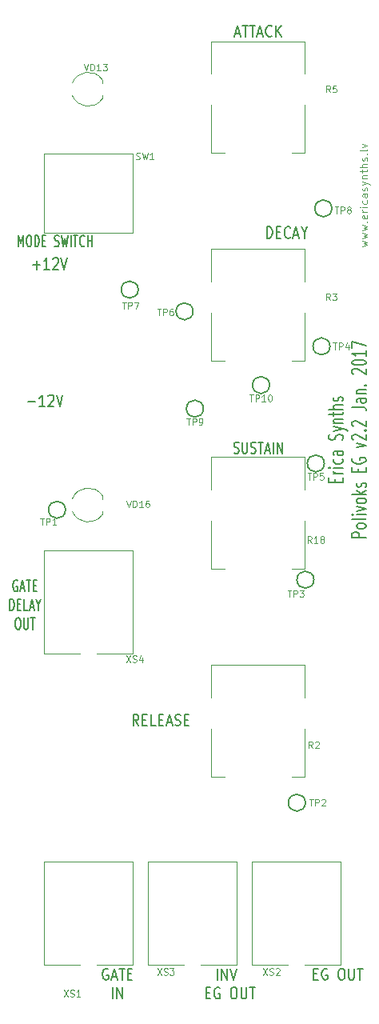
<source format=gto>
G04 #@! TF.FileFunction,Legend,Top*
%FSLAX46Y46*%
G04 Gerber Fmt 4.6, Leading zero omitted, Abs format (unit mm)*
G04 Created by KiCad (PCBNEW (2016-08-20 BZR 7083)-product) date Tue Jan 31 21:42:43 2017*
%MOMM*%
%LPD*%
G01*
G04 APERTURE LIST*
%ADD10C,0.100000*%
%ADD11C,0.200000*%
%ADD12C,0.150000*%
G04 APERTURE END LIST*
D10*
D11*
X1500000Y45000000D02*
X1423809Y45057143D01*
X1309523Y45057143D01*
X1195238Y45000000D01*
X1119047Y44885715D01*
X1080952Y44771429D01*
X1042857Y44542858D01*
X1042857Y44371429D01*
X1080952Y44142858D01*
X1119047Y44028572D01*
X1195238Y43914286D01*
X1309523Y43857143D01*
X1385714Y43857143D01*
X1500000Y43914286D01*
X1538095Y43971429D01*
X1538095Y44371429D01*
X1385714Y44371429D01*
X1842857Y44200000D02*
X2223809Y44200000D01*
X1766666Y43857143D02*
X2033333Y45057143D01*
X2300000Y43857143D01*
X2452380Y45057143D02*
X2909523Y45057143D01*
X2680952Y43857143D02*
X2680952Y45057143D01*
X3176190Y44485715D02*
X3442857Y44485715D01*
X3557142Y43857143D02*
X3176190Y43857143D01*
X3176190Y45057143D01*
X3557142Y45057143D01*
X719047Y41857143D02*
X719047Y43057143D01*
X909523Y43057143D01*
X1023809Y43000000D01*
X1100000Y42885715D01*
X1138095Y42771429D01*
X1176190Y42542858D01*
X1176190Y42371429D01*
X1138095Y42142858D01*
X1100000Y42028572D01*
X1023809Y41914286D01*
X909523Y41857143D01*
X719047Y41857143D01*
X1519047Y42485715D02*
X1785714Y42485715D01*
X1900000Y41857143D02*
X1519047Y41857143D01*
X1519047Y43057143D01*
X1900000Y43057143D01*
X2623809Y41857143D02*
X2242857Y41857143D01*
X2242857Y43057143D01*
X2852380Y42200000D02*
X3233333Y42200000D01*
X2776190Y41857143D02*
X3042857Y43057143D01*
X3309523Y41857143D01*
X3728571Y42428572D02*
X3728571Y41857143D01*
X3461904Y43057143D02*
X3728571Y42428572D01*
X3995238Y43057143D01*
X1500000Y41057143D02*
X1652380Y41057143D01*
X1728571Y41000000D01*
X1804761Y40885715D01*
X1842857Y40657143D01*
X1842857Y40257143D01*
X1804761Y40028572D01*
X1728571Y39914286D01*
X1652380Y39857143D01*
X1500000Y39857143D01*
X1423809Y39914286D01*
X1347619Y40028572D01*
X1309523Y40257143D01*
X1309523Y40657143D01*
X1347619Y40885715D01*
X1423809Y41000000D01*
X1500000Y41057143D01*
X2185714Y41057143D02*
X2185714Y40085715D01*
X2223809Y39971429D01*
X2261904Y39914286D01*
X2338095Y39857143D01*
X2490476Y39857143D01*
X2566666Y39914286D01*
X2604761Y39971429D01*
X2642857Y40085715D01*
X2642857Y41057143D01*
X2909523Y41057143D02*
X3366666Y41057143D01*
X3138095Y39857143D02*
X3138095Y41057143D01*
D10*
X38028571Y80371429D02*
X38561904Y80523810D01*
X38180952Y80676191D01*
X38561904Y80828572D01*
X38028571Y80980953D01*
X38028571Y81209524D02*
X38561904Y81361905D01*
X38180952Y81514286D01*
X38561904Y81666667D01*
X38028571Y81819048D01*
X38028571Y82047620D02*
X38561904Y82200000D01*
X38180952Y82352381D01*
X38561904Y82504762D01*
X38028571Y82657143D01*
X38485714Y82961905D02*
X38523809Y83000000D01*
X38561904Y82961905D01*
X38523809Y82923810D01*
X38485714Y82961905D01*
X38561904Y82961905D01*
X38523809Y83647620D02*
X38561904Y83571429D01*
X38561904Y83419048D01*
X38523809Y83342858D01*
X38447619Y83304762D01*
X38142857Y83304762D01*
X38066666Y83342858D01*
X38028571Y83419048D01*
X38028571Y83571429D01*
X38066666Y83647620D01*
X38142857Y83685715D01*
X38219047Y83685715D01*
X38295238Y83304762D01*
X38561904Y84028572D02*
X38028571Y84028572D01*
X38180952Y84028572D02*
X38104761Y84066667D01*
X38066666Y84104762D01*
X38028571Y84180953D01*
X38028571Y84257143D01*
X38561904Y84523810D02*
X38028571Y84523810D01*
X37761904Y84523810D02*
X37800000Y84485715D01*
X37838095Y84523810D01*
X37800000Y84561905D01*
X37761904Y84523810D01*
X37838095Y84523810D01*
X38523809Y85247620D02*
X38561904Y85171429D01*
X38561904Y85019048D01*
X38523809Y84942858D01*
X38485714Y84904762D01*
X38409523Y84866667D01*
X38180952Y84866667D01*
X38104761Y84904762D01*
X38066666Y84942858D01*
X38028571Y85019048D01*
X38028571Y85171429D01*
X38066666Y85247620D01*
X38561904Y85933334D02*
X38142857Y85933334D01*
X38066666Y85895239D01*
X38028571Y85819048D01*
X38028571Y85666667D01*
X38066666Y85590477D01*
X38523809Y85933334D02*
X38561904Y85857143D01*
X38561904Y85666667D01*
X38523809Y85590477D01*
X38447619Y85552381D01*
X38371428Y85552381D01*
X38295238Y85590477D01*
X38257142Y85666667D01*
X38257142Y85857143D01*
X38219047Y85933334D01*
X38523809Y86276191D02*
X38561904Y86352381D01*
X38561904Y86504762D01*
X38523809Y86580953D01*
X38447619Y86619048D01*
X38409523Y86619048D01*
X38333333Y86580953D01*
X38295238Y86504762D01*
X38295238Y86390477D01*
X38257142Y86314286D01*
X38180952Y86276191D01*
X38142857Y86276191D01*
X38066666Y86314286D01*
X38028571Y86390477D01*
X38028571Y86504762D01*
X38066666Y86580953D01*
X38028571Y86885715D02*
X38561904Y87076191D01*
X38028571Y87266667D02*
X38561904Y87076191D01*
X38752380Y87000000D01*
X38790476Y86961905D01*
X38828571Y86885715D01*
X38028571Y87571429D02*
X38561904Y87571429D01*
X38104761Y87571429D02*
X38066666Y87609524D01*
X38028571Y87685715D01*
X38028571Y87800000D01*
X38066666Y87876191D01*
X38142857Y87914286D01*
X38561904Y87914286D01*
X38028571Y88180953D02*
X38028571Y88485715D01*
X37761904Y88295239D02*
X38447619Y88295239D01*
X38523809Y88333334D01*
X38561904Y88409524D01*
X38561904Y88485715D01*
X38561904Y88752381D02*
X37761904Y88752381D01*
X38561904Y89095239D02*
X38142857Y89095239D01*
X38066666Y89057143D01*
X38028571Y88980953D01*
X38028571Y88866667D01*
X38066666Y88790477D01*
X38104761Y88752381D01*
X38523809Y89438096D02*
X38561904Y89514286D01*
X38561904Y89666667D01*
X38523809Y89742858D01*
X38447619Y89780953D01*
X38409523Y89780953D01*
X38333333Y89742858D01*
X38295238Y89666667D01*
X38295238Y89552381D01*
X38257142Y89476191D01*
X38180952Y89438096D01*
X38142857Y89438096D01*
X38066666Y89476191D01*
X38028571Y89552381D01*
X38028571Y89666667D01*
X38066666Y89742858D01*
X38485714Y90123810D02*
X38523809Y90161905D01*
X38561904Y90123810D01*
X38523809Y90085715D01*
X38485714Y90123810D01*
X38561904Y90123810D01*
X38561904Y90619048D02*
X38523809Y90542858D01*
X38447619Y90504762D01*
X37761904Y90504762D01*
X38028571Y90847620D02*
X38561904Y91038096D01*
X38028571Y91228572D01*
D11*
X35167857Y55423810D02*
X35167857Y55757143D01*
X35953571Y55900000D02*
X35953571Y55423810D01*
X34453571Y55423810D01*
X34453571Y55900000D01*
X35953571Y56328572D02*
X34953571Y56328572D01*
X35239285Y56328572D02*
X35096428Y56376191D01*
X35025000Y56423810D01*
X34953571Y56519048D01*
X34953571Y56614286D01*
X35953571Y56947620D02*
X34953571Y56947620D01*
X34453571Y56947620D02*
X34525000Y56900000D01*
X34596428Y56947620D01*
X34525000Y56995239D01*
X34453571Y56947620D01*
X34596428Y56947620D01*
X35882142Y57852381D02*
X35953571Y57757143D01*
X35953571Y57566667D01*
X35882142Y57471429D01*
X35810714Y57423810D01*
X35667857Y57376191D01*
X35239285Y57376191D01*
X35096428Y57423810D01*
X35025000Y57471429D01*
X34953571Y57566667D01*
X34953571Y57757143D01*
X35025000Y57852381D01*
X35953571Y58709524D02*
X35167857Y58709524D01*
X35025000Y58661905D01*
X34953571Y58566667D01*
X34953571Y58376191D01*
X35025000Y58280953D01*
X35882142Y58709524D02*
X35953571Y58614286D01*
X35953571Y58376191D01*
X35882142Y58280953D01*
X35739285Y58233334D01*
X35596428Y58233334D01*
X35453571Y58280953D01*
X35382142Y58376191D01*
X35382142Y58614286D01*
X35310714Y58709524D01*
X35882142Y59900000D02*
X35953571Y60042858D01*
X35953571Y60280953D01*
X35882142Y60376191D01*
X35810714Y60423810D01*
X35667857Y60471429D01*
X35525000Y60471429D01*
X35382142Y60423810D01*
X35310714Y60376191D01*
X35239285Y60280953D01*
X35167857Y60090477D01*
X35096428Y59995239D01*
X35025000Y59947620D01*
X34882142Y59900000D01*
X34739285Y59900000D01*
X34596428Y59947620D01*
X34525000Y59995239D01*
X34453571Y60090477D01*
X34453571Y60328572D01*
X34525000Y60471429D01*
X34953571Y60804762D02*
X35953571Y61042858D01*
X34953571Y61280953D02*
X35953571Y61042858D01*
X36310714Y60947620D01*
X36382142Y60900000D01*
X36453571Y60804762D01*
X34953571Y61661905D02*
X35953571Y61661905D01*
X35096428Y61661905D02*
X35025000Y61709524D01*
X34953571Y61804762D01*
X34953571Y61947620D01*
X35025000Y62042858D01*
X35167857Y62090477D01*
X35953571Y62090477D01*
X34953571Y62423810D02*
X34953571Y62804762D01*
X34453571Y62566667D02*
X35739285Y62566667D01*
X35882142Y62614286D01*
X35953571Y62709524D01*
X35953571Y62804762D01*
X35953571Y63138096D02*
X34453571Y63138096D01*
X35953571Y63566667D02*
X35167857Y63566667D01*
X35025000Y63519048D01*
X34953571Y63423810D01*
X34953571Y63280953D01*
X35025000Y63185715D01*
X35096428Y63138096D01*
X35882142Y63995239D02*
X35953571Y64090477D01*
X35953571Y64280953D01*
X35882142Y64376191D01*
X35739285Y64423810D01*
X35667857Y64423810D01*
X35525000Y64376191D01*
X35453571Y64280953D01*
X35453571Y64138096D01*
X35382142Y64042858D01*
X35239285Y63995239D01*
X35167857Y63995239D01*
X35025000Y64042858D01*
X34953571Y64138096D01*
X34953571Y64280953D01*
X35025000Y64376191D01*
X38403571Y49566667D02*
X36903571Y49566667D01*
X36903571Y49947620D01*
X36975000Y50042858D01*
X37046428Y50090477D01*
X37189285Y50138096D01*
X37403571Y50138096D01*
X37546428Y50090477D01*
X37617857Y50042858D01*
X37689285Y49947620D01*
X37689285Y49566667D01*
X38403571Y50709524D02*
X38332142Y50614286D01*
X38260714Y50566667D01*
X38117857Y50519048D01*
X37689285Y50519048D01*
X37546428Y50566667D01*
X37475000Y50614286D01*
X37403571Y50709524D01*
X37403571Y50852381D01*
X37475000Y50947620D01*
X37546428Y50995239D01*
X37689285Y51042858D01*
X38117857Y51042858D01*
X38260714Y50995239D01*
X38332142Y50947620D01*
X38403571Y50852381D01*
X38403571Y50709524D01*
X38403571Y51614286D02*
X38332142Y51519048D01*
X38189285Y51471429D01*
X36903571Y51471429D01*
X38403571Y51995239D02*
X37403571Y51995239D01*
X36903571Y51995239D02*
X36975000Y51947620D01*
X37046428Y51995239D01*
X36975000Y52042858D01*
X36903571Y51995239D01*
X37046428Y51995239D01*
X37403571Y52376191D02*
X38403571Y52614286D01*
X37403571Y52852381D01*
X38403571Y53376191D02*
X38332142Y53280953D01*
X38260714Y53233334D01*
X38117857Y53185715D01*
X37689285Y53185715D01*
X37546428Y53233334D01*
X37475000Y53280953D01*
X37403571Y53376191D01*
X37403571Y53519048D01*
X37475000Y53614286D01*
X37546428Y53661905D01*
X37689285Y53709524D01*
X38117857Y53709524D01*
X38260714Y53661905D01*
X38332142Y53614286D01*
X38403571Y53519048D01*
X38403571Y53376191D01*
X38403571Y54138096D02*
X36903571Y54138096D01*
X37832142Y54233334D02*
X38403571Y54519048D01*
X37403571Y54519048D02*
X37975000Y54138096D01*
X38332142Y54900000D02*
X38403571Y54995239D01*
X38403571Y55185715D01*
X38332142Y55280953D01*
X38189285Y55328572D01*
X38117857Y55328572D01*
X37975000Y55280953D01*
X37903571Y55185715D01*
X37903571Y55042858D01*
X37832142Y54947620D01*
X37689285Y54900000D01*
X37617857Y54900000D01*
X37475000Y54947620D01*
X37403571Y55042858D01*
X37403571Y55185715D01*
X37475000Y55280953D01*
X37617857Y56519048D02*
X37617857Y56852381D01*
X38403571Y56995239D02*
X38403571Y56519048D01*
X36903571Y56519048D01*
X36903571Y56995239D01*
X36975000Y57947620D02*
X36903571Y57852381D01*
X36903571Y57709524D01*
X36975000Y57566667D01*
X37117857Y57471429D01*
X37260714Y57423810D01*
X37546428Y57376191D01*
X37760714Y57376191D01*
X38046428Y57423810D01*
X38189285Y57471429D01*
X38332142Y57566667D01*
X38403571Y57709524D01*
X38403571Y57804762D01*
X38332142Y57947620D01*
X38260714Y57995239D01*
X37760714Y57995239D01*
X37760714Y57804762D01*
X37403571Y59090477D02*
X38403571Y59328572D01*
X37403571Y59566667D01*
X37046428Y59900000D02*
X36975000Y59947620D01*
X36903571Y60042858D01*
X36903571Y60280953D01*
X36975000Y60376191D01*
X37046428Y60423810D01*
X37189285Y60471429D01*
X37332142Y60471429D01*
X37546428Y60423810D01*
X38403571Y59852381D01*
X38403571Y60471429D01*
X38260714Y60900000D02*
X38332142Y60947620D01*
X38403571Y60900000D01*
X38332142Y60852381D01*
X38260714Y60900000D01*
X38403571Y60900000D01*
X37046428Y61328572D02*
X36975000Y61376191D01*
X36903571Y61471429D01*
X36903571Y61709524D01*
X36975000Y61804762D01*
X37046428Y61852381D01*
X37189285Y61900000D01*
X37332142Y61900000D01*
X37546428Y61852381D01*
X38403571Y61280953D01*
X38403571Y61900000D01*
X36903571Y63376191D02*
X37975000Y63376191D01*
X38189285Y63328572D01*
X38332142Y63233334D01*
X38403571Y63090477D01*
X38403571Y62995239D01*
X38403571Y64280953D02*
X37617857Y64280953D01*
X37475000Y64233334D01*
X37403571Y64138096D01*
X37403571Y63947620D01*
X37475000Y63852381D01*
X38332142Y64280953D02*
X38403571Y64185715D01*
X38403571Y63947620D01*
X38332142Y63852381D01*
X38189285Y63804762D01*
X38046428Y63804762D01*
X37903571Y63852381D01*
X37832142Y63947620D01*
X37832142Y64185715D01*
X37760714Y64280953D01*
X37403571Y64757143D02*
X38403571Y64757143D01*
X37546428Y64757143D02*
X37475000Y64804762D01*
X37403571Y64900000D01*
X37403571Y65042858D01*
X37475000Y65138096D01*
X37617857Y65185715D01*
X38403571Y65185715D01*
X38260714Y65661905D02*
X38332142Y65709524D01*
X38403571Y65661905D01*
X38332142Y65614286D01*
X38260714Y65661905D01*
X38403571Y65661905D01*
X37046428Y66852381D02*
X36975000Y66900000D01*
X36903571Y66995239D01*
X36903571Y67233334D01*
X36975000Y67328572D01*
X37046428Y67376191D01*
X37189285Y67423810D01*
X37332142Y67423810D01*
X37546428Y67376191D01*
X38403571Y66804762D01*
X38403571Y67423810D01*
X36903571Y68042858D02*
X36903571Y68138096D01*
X36975000Y68233334D01*
X37046428Y68280953D01*
X37189285Y68328572D01*
X37475000Y68376191D01*
X37832142Y68376191D01*
X38117857Y68328572D01*
X38260714Y68280953D01*
X38332142Y68233334D01*
X38403571Y68138096D01*
X38403571Y68042858D01*
X38332142Y67947620D01*
X38260714Y67900000D01*
X38117857Y67852381D01*
X37832142Y67804762D01*
X37475000Y67804762D01*
X37189285Y67852381D01*
X37046428Y67900000D01*
X36975000Y67947620D01*
X36903571Y68042858D01*
X38403571Y69328572D02*
X38403571Y68757143D01*
X38403571Y69042858D02*
X36903571Y69042858D01*
X37117857Y68947620D01*
X37260714Y68852381D01*
X37332142Y68757143D01*
X36903571Y69661905D02*
X36903571Y70328572D01*
X38403571Y69900000D01*
X22666666Y2757143D02*
X22666666Y3957143D01*
X23142857Y2757143D02*
X23142857Y3957143D01*
X23714285Y2757143D01*
X23714285Y3957143D01*
X24047619Y3957143D02*
X24380952Y2757143D01*
X24714285Y3957143D01*
X21476190Y1385715D02*
X21809523Y1385715D01*
X21952380Y757143D02*
X21476190Y757143D01*
X21476190Y1957143D01*
X21952380Y1957143D01*
X22904761Y1900000D02*
X22809523Y1957143D01*
X22666666Y1957143D01*
X22523809Y1900000D01*
X22428571Y1785715D01*
X22380952Y1671429D01*
X22333333Y1442858D01*
X22333333Y1271429D01*
X22380952Y1042858D01*
X22428571Y928572D01*
X22523809Y814286D01*
X22666666Y757143D01*
X22761904Y757143D01*
X22904761Y814286D01*
X22952380Y871429D01*
X22952380Y1271429D01*
X22761904Y1271429D01*
X24333333Y1957143D02*
X24523809Y1957143D01*
X24619047Y1900000D01*
X24714285Y1785715D01*
X24761904Y1557143D01*
X24761904Y1157143D01*
X24714285Y928572D01*
X24619047Y814286D01*
X24523809Y757143D01*
X24333333Y757143D01*
X24238095Y814286D01*
X24142857Y928572D01*
X24095238Y1157143D01*
X24095238Y1557143D01*
X24142857Y1785715D01*
X24238095Y1900000D01*
X24333333Y1957143D01*
X25190476Y1957143D02*
X25190476Y985715D01*
X25238095Y871429D01*
X25285714Y814286D01*
X25380952Y757143D01*
X25571428Y757143D01*
X25666666Y814286D01*
X25714285Y871429D01*
X25761904Y985715D01*
X25761904Y1957143D01*
X26095238Y1957143D02*
X26666666Y1957143D01*
X26380952Y757143D02*
X26380952Y1957143D01*
X2638095Y63914286D02*
X3400000Y63914286D01*
X4400000Y63457143D02*
X3828571Y63457143D01*
X4114285Y63457143D02*
X4114285Y64657143D01*
X4019047Y64485715D01*
X3923809Y64371429D01*
X3828571Y64314286D01*
X4780952Y64542858D02*
X4828571Y64600000D01*
X4923809Y64657143D01*
X5161904Y64657143D01*
X5257142Y64600000D01*
X5304761Y64542858D01*
X5352380Y64428572D01*
X5352380Y64314286D01*
X5304761Y64142858D01*
X4733333Y63457143D01*
X5352380Y63457143D01*
X5638095Y64657143D02*
X5971428Y63457143D01*
X6304761Y64657143D01*
X3138095Y78414286D02*
X3900000Y78414286D01*
X3519047Y77957143D02*
X3519047Y78871429D01*
X4900000Y77957143D02*
X4328571Y77957143D01*
X4614285Y77957143D02*
X4614285Y79157143D01*
X4519047Y78985715D01*
X4423809Y78871429D01*
X4328571Y78814286D01*
X5280952Y79042858D02*
X5328571Y79100000D01*
X5423809Y79157143D01*
X5661904Y79157143D01*
X5757142Y79100000D01*
X5804761Y79042858D01*
X5852380Y78928572D01*
X5852380Y78814286D01*
X5804761Y78642858D01*
X5233333Y77957143D01*
X5852380Y77957143D01*
X6138095Y79157143D02*
X6471428Y77957143D01*
X6804761Y79157143D01*
X1595238Y80357143D02*
X1595238Y81557143D01*
X1861904Y80700000D01*
X2128571Y81557143D01*
X2128571Y80357143D01*
X2661904Y81557143D02*
X2814285Y81557143D01*
X2890476Y81500000D01*
X2966666Y81385715D01*
X3004761Y81157143D01*
X3004761Y80757143D01*
X2966666Y80528572D01*
X2890476Y80414286D01*
X2814285Y80357143D01*
X2661904Y80357143D01*
X2585714Y80414286D01*
X2509523Y80528572D01*
X2471428Y80757143D01*
X2471428Y81157143D01*
X2509523Y81385715D01*
X2585714Y81500000D01*
X2661904Y81557143D01*
X3347619Y80357143D02*
X3347619Y81557143D01*
X3538095Y81557143D01*
X3652380Y81500000D01*
X3728571Y81385715D01*
X3766666Y81271429D01*
X3804761Y81042858D01*
X3804761Y80871429D01*
X3766666Y80642858D01*
X3728571Y80528572D01*
X3652380Y80414286D01*
X3538095Y80357143D01*
X3347619Y80357143D01*
X4147619Y80985715D02*
X4414285Y80985715D01*
X4528571Y80357143D02*
X4147619Y80357143D01*
X4147619Y81557143D01*
X4528571Y81557143D01*
X5442857Y80414286D02*
X5557142Y80357143D01*
X5747619Y80357143D01*
X5823809Y80414286D01*
X5861904Y80471429D01*
X5900000Y80585715D01*
X5900000Y80700000D01*
X5861904Y80814286D01*
X5823809Y80871429D01*
X5747619Y80928572D01*
X5595238Y80985715D01*
X5519047Y81042858D01*
X5480952Y81100000D01*
X5442857Y81214286D01*
X5442857Y81328572D01*
X5480952Y81442858D01*
X5519047Y81500000D01*
X5595238Y81557143D01*
X5785714Y81557143D01*
X5900000Y81500000D01*
X6166666Y81557143D02*
X6357142Y80357143D01*
X6509523Y81214286D01*
X6661904Y80357143D01*
X6852380Y81557143D01*
X7157142Y80357143D02*
X7157142Y81557143D01*
X7423809Y81557143D02*
X7880952Y81557143D01*
X7652380Y80357143D02*
X7652380Y81557143D01*
X8604761Y80471429D02*
X8566666Y80414286D01*
X8452380Y80357143D01*
X8376190Y80357143D01*
X8261904Y80414286D01*
X8185714Y80528572D01*
X8147619Y80642858D01*
X8109523Y80871429D01*
X8109523Y81042858D01*
X8147619Y81271429D01*
X8185714Y81385715D01*
X8261904Y81500000D01*
X8376190Y81557143D01*
X8452380Y81557143D01*
X8566666Y81500000D01*
X8604761Y81442858D01*
X8947619Y80357143D02*
X8947619Y81557143D01*
X8947619Y80985715D02*
X9404761Y80985715D01*
X9404761Y80357143D02*
X9404761Y81557143D01*
X24571428Y102900000D02*
X25047619Y102900000D01*
X24476190Y102557143D02*
X24809523Y103757143D01*
X25142857Y102557143D01*
X25333333Y103757143D02*
X25904761Y103757143D01*
X25619047Y102557143D02*
X25619047Y103757143D01*
X26095238Y103757143D02*
X26666666Y103757143D01*
X26380952Y102557143D02*
X26380952Y103757143D01*
X26952380Y102900000D02*
X27428571Y102900000D01*
X26857142Y102557143D02*
X27190476Y103757143D01*
X27523809Y102557143D01*
X28428571Y102671429D02*
X28380952Y102614286D01*
X28238095Y102557143D01*
X28142857Y102557143D01*
X28000000Y102614286D01*
X27904761Y102728572D01*
X27857142Y102842858D01*
X27809523Y103071429D01*
X27809523Y103242858D01*
X27857142Y103471429D01*
X27904761Y103585715D01*
X28000000Y103700000D01*
X28142857Y103757143D01*
X28238095Y103757143D01*
X28380952Y103700000D01*
X28428571Y103642858D01*
X28857142Y102557143D02*
X28857142Y103757143D01*
X29428571Y102557143D02*
X29000000Y103242858D01*
X29428571Y103757143D02*
X28857142Y103071429D01*
X27928571Y81257143D02*
X27928571Y82457143D01*
X28166666Y82457143D01*
X28309523Y82400000D01*
X28404761Y82285715D01*
X28452380Y82171429D01*
X28500000Y81942858D01*
X28500000Y81771429D01*
X28452380Y81542858D01*
X28404761Y81428572D01*
X28309523Y81314286D01*
X28166666Y81257143D01*
X27928571Y81257143D01*
X28928571Y81885715D02*
X29261904Y81885715D01*
X29404761Y81257143D02*
X28928571Y81257143D01*
X28928571Y82457143D01*
X29404761Y82457143D01*
X30404761Y81371429D02*
X30357142Y81314286D01*
X30214285Y81257143D01*
X30119047Y81257143D01*
X29976190Y81314286D01*
X29880952Y81428572D01*
X29833333Y81542858D01*
X29785714Y81771429D01*
X29785714Y81942858D01*
X29833333Y82171429D01*
X29880952Y82285715D01*
X29976190Y82400000D01*
X30119047Y82457143D01*
X30214285Y82457143D01*
X30357142Y82400000D01*
X30404761Y82342858D01*
X30785714Y81600000D02*
X31261904Y81600000D01*
X30690476Y81257143D02*
X31023809Y82457143D01*
X31357142Y81257143D01*
X31880952Y81828572D02*
X31880952Y81257143D01*
X31547619Y82457143D02*
X31880952Y81828572D01*
X32214285Y82457143D01*
X24428571Y58514286D02*
X24557142Y58457143D01*
X24771428Y58457143D01*
X24857142Y58514286D01*
X24900000Y58571429D01*
X24942857Y58685715D01*
X24942857Y58800000D01*
X24900000Y58914286D01*
X24857142Y58971429D01*
X24771428Y59028572D01*
X24600000Y59085715D01*
X24514285Y59142858D01*
X24471428Y59200000D01*
X24428571Y59314286D01*
X24428571Y59428572D01*
X24471428Y59542858D01*
X24514285Y59600000D01*
X24600000Y59657143D01*
X24814285Y59657143D01*
X24942857Y59600000D01*
X25328571Y59657143D02*
X25328571Y58685715D01*
X25371428Y58571429D01*
X25414285Y58514286D01*
X25500000Y58457143D01*
X25671428Y58457143D01*
X25757142Y58514286D01*
X25800000Y58571429D01*
X25842857Y58685715D01*
X25842857Y59657143D01*
X26228571Y58514286D02*
X26357142Y58457143D01*
X26571428Y58457143D01*
X26657142Y58514286D01*
X26700000Y58571429D01*
X26742857Y58685715D01*
X26742857Y58800000D01*
X26700000Y58914286D01*
X26657142Y58971429D01*
X26571428Y59028572D01*
X26400000Y59085715D01*
X26314285Y59142858D01*
X26271428Y59200000D01*
X26228571Y59314286D01*
X26228571Y59428572D01*
X26271428Y59542858D01*
X26314285Y59600000D01*
X26400000Y59657143D01*
X26614285Y59657143D01*
X26742857Y59600000D01*
X27000000Y59657143D02*
X27514285Y59657143D01*
X27257142Y58457143D02*
X27257142Y59657143D01*
X27771428Y58800000D02*
X28200000Y58800000D01*
X27685714Y58457143D02*
X27985714Y59657143D01*
X28285714Y58457143D01*
X28585714Y58457143D02*
X28585714Y59657143D01*
X29014285Y58457143D02*
X29014285Y59657143D01*
X29528571Y58457143D01*
X29528571Y59657143D01*
X14342857Y29657143D02*
X14009523Y30228572D01*
X13771428Y29657143D02*
X13771428Y30857143D01*
X14152380Y30857143D01*
X14247619Y30800000D01*
X14295238Y30742858D01*
X14342857Y30628572D01*
X14342857Y30457143D01*
X14295238Y30342858D01*
X14247619Y30285715D01*
X14152380Y30228572D01*
X13771428Y30228572D01*
X14771428Y30285715D02*
X15104761Y30285715D01*
X15247619Y29657143D02*
X14771428Y29657143D01*
X14771428Y30857143D01*
X15247619Y30857143D01*
X16152380Y29657143D02*
X15676190Y29657143D01*
X15676190Y30857143D01*
X16485714Y30285715D02*
X16819047Y30285715D01*
X16961904Y29657143D02*
X16485714Y29657143D01*
X16485714Y30857143D01*
X16961904Y30857143D01*
X17342857Y30000000D02*
X17819047Y30000000D01*
X17247619Y29657143D02*
X17580952Y30857143D01*
X17914285Y29657143D01*
X18200000Y29714286D02*
X18342857Y29657143D01*
X18580952Y29657143D01*
X18676190Y29714286D01*
X18723809Y29771429D01*
X18771428Y29885715D01*
X18771428Y30000000D01*
X18723809Y30114286D01*
X18676190Y30171429D01*
X18580952Y30228572D01*
X18390476Y30285715D01*
X18295238Y30342858D01*
X18247619Y30400000D01*
X18200000Y30514286D01*
X18200000Y30628572D01*
X18247619Y30742858D01*
X18295238Y30800000D01*
X18390476Y30857143D01*
X18628571Y30857143D01*
X18771428Y30800000D01*
X19200000Y30285715D02*
X19533333Y30285715D01*
X19676190Y29657143D02*
X19200000Y29657143D01*
X19200000Y30857143D01*
X19676190Y30857143D01*
X32876190Y3385715D02*
X33209523Y3385715D01*
X33352380Y2757143D02*
X32876190Y2757143D01*
X32876190Y3957143D01*
X33352380Y3957143D01*
X34304761Y3900000D02*
X34209523Y3957143D01*
X34066666Y3957143D01*
X33923809Y3900000D01*
X33828571Y3785715D01*
X33780952Y3671429D01*
X33733333Y3442858D01*
X33733333Y3271429D01*
X33780952Y3042858D01*
X33828571Y2928572D01*
X33923809Y2814286D01*
X34066666Y2757143D01*
X34161904Y2757143D01*
X34304761Y2814286D01*
X34352380Y2871429D01*
X34352380Y3271429D01*
X34161904Y3271429D01*
X35733333Y3957143D02*
X35923809Y3957143D01*
X36019047Y3900000D01*
X36114285Y3785715D01*
X36161904Y3557143D01*
X36161904Y3157143D01*
X36114285Y2928572D01*
X36019047Y2814286D01*
X35923809Y2757143D01*
X35733333Y2757143D01*
X35638095Y2814286D01*
X35542857Y2928572D01*
X35495238Y3157143D01*
X35495238Y3557143D01*
X35542857Y3785715D01*
X35638095Y3900000D01*
X35733333Y3957143D01*
X36590476Y3957143D02*
X36590476Y2985715D01*
X36638095Y2871429D01*
X36685714Y2814286D01*
X36780952Y2757143D01*
X36971428Y2757143D01*
X37066666Y2814286D01*
X37114285Y2871429D01*
X37161904Y2985715D01*
X37161904Y3957143D01*
X37495238Y3957143D02*
X38066666Y3957143D01*
X37780952Y2757143D02*
X37780952Y3957143D01*
X11100000Y3900000D02*
X11004761Y3957143D01*
X10861904Y3957143D01*
X10719047Y3900000D01*
X10623809Y3785715D01*
X10576190Y3671429D01*
X10528571Y3442858D01*
X10528571Y3271429D01*
X10576190Y3042858D01*
X10623809Y2928572D01*
X10719047Y2814286D01*
X10861904Y2757143D01*
X10957142Y2757143D01*
X11100000Y2814286D01*
X11147619Y2871429D01*
X11147619Y3271429D01*
X10957142Y3271429D01*
X11528571Y3100000D02*
X12004761Y3100000D01*
X11433333Y2757143D02*
X11766666Y3957143D01*
X12100000Y2757143D01*
X12290476Y3957143D02*
X12861904Y3957143D01*
X12576190Y2757143D02*
X12576190Y3957143D01*
X13195238Y3385715D02*
X13528571Y3385715D01*
X13671428Y2757143D02*
X13195238Y2757143D01*
X13195238Y3957143D01*
X13671428Y3957143D01*
X11576190Y757143D02*
X11576190Y1957143D01*
X12052380Y757143D02*
X12052380Y1957143D01*
X12623809Y757143D01*
X12623809Y1957143D01*
D10*
X8111000Y4301000D02*
X4301000Y4301000D01*
X4301000Y4301000D02*
X4301000Y15223000D01*
X4301000Y15223000D02*
X13699000Y15223000D01*
X13699000Y15223000D02*
X13699000Y4301000D01*
X13699000Y4301000D02*
X9889000Y4301000D01*
X30111000Y4301000D02*
X26301000Y4301000D01*
X26301000Y4301000D02*
X26301000Y15223000D01*
X26301000Y15223000D02*
X35699000Y15223000D01*
X35699000Y15223000D02*
X35699000Y4301000D01*
X35699000Y4301000D02*
X31889000Y4301000D01*
X19111000Y4301000D02*
X15301000Y4301000D01*
X15301000Y4301000D02*
X15301000Y15223000D01*
X15301000Y15223000D02*
X24699000Y15223000D01*
X24699000Y15223000D02*
X24699000Y4301000D01*
X24699000Y4301000D02*
X20889000Y4301000D01*
X31953000Y29349000D02*
X31953000Y24269000D01*
X31953000Y24269000D02*
X30556000Y24269000D01*
X22047000Y29349000D02*
X22047000Y24269000D01*
X22047000Y24269000D02*
X23444000Y24269000D01*
X22047000Y32651000D02*
X22047000Y36080000D01*
X22047000Y36080000D02*
X31953000Y36080000D01*
X31953000Y36080000D02*
X31953000Y32651000D01*
X31953000Y73349000D02*
X31953000Y68269000D01*
X31953000Y68269000D02*
X30556000Y68269000D01*
X22047000Y73349000D02*
X22047000Y68269000D01*
X22047000Y68269000D02*
X23444000Y68269000D01*
X22047000Y76651000D02*
X22047000Y80080000D01*
X22047000Y80080000D02*
X31953000Y80080000D01*
X31953000Y80080000D02*
X31953000Y76651000D01*
X31953000Y95349000D02*
X31953000Y90269000D01*
X31953000Y90269000D02*
X30556000Y90269000D01*
X22047000Y95349000D02*
X22047000Y90269000D01*
X22047000Y90269000D02*
X23444000Y90269000D01*
X22047000Y98651000D02*
X22047000Y102080000D01*
X22047000Y102080000D02*
X31953000Y102080000D01*
X31953000Y102080000D02*
X31953000Y98651000D01*
X31953000Y51349000D02*
X31953000Y46269000D01*
X31953000Y46269000D02*
X30556000Y46269000D01*
X22047000Y51349000D02*
X22047000Y46269000D01*
X22047000Y46269000D02*
X23444000Y46269000D01*
X22047000Y54651000D02*
X22047000Y58080000D01*
X22047000Y58080000D02*
X31953000Y58080000D01*
X31953000Y58080000D02*
X31953000Y54651000D01*
X8111000Y37301000D02*
X4301000Y37301000D01*
X4301000Y37301000D02*
X4301000Y48223000D01*
X4301000Y48223000D02*
X13699000Y48223000D01*
X13699000Y48223000D02*
X13699000Y37301000D01*
X13699000Y37301000D02*
X9889000Y37301000D01*
X10494900Y98018124D02*
G75*
G03X7320000Y97670000I-1494900J-1018124D01*
G01*
X7332173Y96315636D02*
G75*
G03X10500000Y96000000I1667827J684364D01*
G01*
X10500000Y98000000D02*
X10500000Y97650000D01*
X10500000Y96000000D02*
X10500000Y96350000D01*
D12*
X6600000Y52500000D02*
G75*
G03X6600000Y52500000I-900000J0D01*
G01*
X32000000Y21500000D02*
G75*
G03X32000000Y21500000I-900000J0D01*
G01*
X32900000Y45100000D02*
G75*
G03X32900000Y45100000I-900000J0D01*
G01*
X34600000Y69800000D02*
G75*
G03X34600000Y69800000I-900000J0D01*
G01*
X34000000Y57400000D02*
G75*
G03X34000000Y57400000I-900000J0D01*
G01*
X20100000Y73500000D02*
G75*
G03X20100000Y73500000I-900000J0D01*
G01*
X14300000Y75800000D02*
G75*
G03X14300000Y75800000I-900000J0D01*
G01*
X34800000Y84400000D02*
G75*
G03X34800000Y84400000I-900000J0D01*
G01*
X21200000Y63200000D02*
G75*
G03X21200000Y63200000I-900000J0D01*
G01*
X28200000Y65700000D02*
G75*
G03X28200000Y65700000I-900000J0D01*
G01*
D10*
X13699000Y90191000D02*
X4301000Y90191000D01*
X4301000Y90191000D02*
X4301000Y81809000D01*
X4301000Y81809000D02*
X13699000Y81809000D01*
X13699000Y81809000D02*
X13699000Y90191000D01*
X10494900Y54018124D02*
G75*
G03X7320000Y53670000I-1494900J-1018124D01*
G01*
X7332173Y52315636D02*
G75*
G03X10500000Y52000000I1667827J684364D01*
G01*
X10500000Y54000000D02*
X10500000Y53650000D01*
X10500000Y52000000D02*
X10500000Y52350000D01*
X6400000Y1683334D02*
X6866666Y983334D01*
X6866666Y1683334D02*
X6400000Y983334D01*
X7100000Y1016667D02*
X7200000Y983334D01*
X7366666Y983334D01*
X7433333Y1016667D01*
X7466666Y1050000D01*
X7500000Y1116667D01*
X7500000Y1183334D01*
X7466666Y1250000D01*
X7433333Y1283334D01*
X7366666Y1316667D01*
X7233333Y1350000D01*
X7166666Y1383334D01*
X7133333Y1416667D01*
X7100000Y1483334D01*
X7100000Y1550000D01*
X7133333Y1616667D01*
X7166666Y1650000D01*
X7233333Y1683334D01*
X7400000Y1683334D01*
X7500000Y1650000D01*
X8166666Y983334D02*
X7766666Y983334D01*
X7966666Y983334D02*
X7966666Y1683334D01*
X7900000Y1583334D01*
X7833333Y1516667D01*
X7766666Y1483334D01*
X27500000Y3983334D02*
X27966666Y3283334D01*
X27966666Y3983334D02*
X27500000Y3283334D01*
X28200000Y3316667D02*
X28300000Y3283334D01*
X28466666Y3283334D01*
X28533333Y3316667D01*
X28566666Y3350000D01*
X28600000Y3416667D01*
X28600000Y3483334D01*
X28566666Y3550000D01*
X28533333Y3583334D01*
X28466666Y3616667D01*
X28333333Y3650000D01*
X28266666Y3683334D01*
X28233333Y3716667D01*
X28200000Y3783334D01*
X28200000Y3850000D01*
X28233333Y3916667D01*
X28266666Y3950000D01*
X28333333Y3983334D01*
X28500000Y3983334D01*
X28600000Y3950000D01*
X28866666Y3916667D02*
X28900000Y3950000D01*
X28966666Y3983334D01*
X29133333Y3983334D01*
X29200000Y3950000D01*
X29233333Y3916667D01*
X29266666Y3850000D01*
X29266666Y3783334D01*
X29233333Y3683334D01*
X28833333Y3283334D01*
X29266666Y3283334D01*
X16300000Y3983334D02*
X16766666Y3283334D01*
X16766666Y3983334D02*
X16300000Y3283334D01*
X17000000Y3316667D02*
X17100000Y3283334D01*
X17266666Y3283334D01*
X17333333Y3316667D01*
X17366666Y3350000D01*
X17400000Y3416667D01*
X17400000Y3483334D01*
X17366666Y3550000D01*
X17333333Y3583334D01*
X17266666Y3616667D01*
X17133333Y3650000D01*
X17066666Y3683334D01*
X17033333Y3716667D01*
X17000000Y3783334D01*
X17000000Y3850000D01*
X17033333Y3916667D01*
X17066666Y3950000D01*
X17133333Y3983334D01*
X17300000Y3983334D01*
X17400000Y3950000D01*
X17633333Y3983334D02*
X18066666Y3983334D01*
X17833333Y3716667D01*
X17933333Y3716667D01*
X18000000Y3683334D01*
X18033333Y3650000D01*
X18066666Y3583334D01*
X18066666Y3416667D01*
X18033333Y3350000D01*
X18000000Y3316667D01*
X17933333Y3283334D01*
X17733333Y3283334D01*
X17666666Y3316667D01*
X17633333Y3350000D01*
X32783333Y27283334D02*
X32550000Y27616667D01*
X32383333Y27283334D02*
X32383333Y27983334D01*
X32650000Y27983334D01*
X32716666Y27950000D01*
X32750000Y27916667D01*
X32783333Y27850000D01*
X32783333Y27750000D01*
X32750000Y27683334D01*
X32716666Y27650000D01*
X32650000Y27616667D01*
X32383333Y27616667D01*
X33050000Y27916667D02*
X33083333Y27950000D01*
X33150000Y27983334D01*
X33316666Y27983334D01*
X33383333Y27950000D01*
X33416666Y27916667D01*
X33450000Y27850000D01*
X33450000Y27783334D01*
X33416666Y27683334D01*
X33016666Y27283334D01*
X33450000Y27283334D01*
X34630333Y74683334D02*
X34397000Y75016667D01*
X34230333Y74683334D02*
X34230333Y75383334D01*
X34497000Y75383334D01*
X34563666Y75350000D01*
X34597000Y75316667D01*
X34630333Y75250000D01*
X34630333Y75150000D01*
X34597000Y75083334D01*
X34563666Y75050000D01*
X34497000Y75016667D01*
X34230333Y75016667D01*
X34863666Y75383334D02*
X35297000Y75383334D01*
X35063666Y75116667D01*
X35163666Y75116667D01*
X35230333Y75083334D01*
X35263666Y75050000D01*
X35297000Y74983334D01*
X35297000Y74816667D01*
X35263666Y74750000D01*
X35230333Y74716667D01*
X35163666Y74683334D01*
X34963666Y74683334D01*
X34897000Y74716667D01*
X34863666Y74750000D01*
X34630333Y96683334D02*
X34397000Y97016667D01*
X34230333Y96683334D02*
X34230333Y97383334D01*
X34497000Y97383334D01*
X34563666Y97350000D01*
X34597000Y97316667D01*
X34630333Y97250000D01*
X34630333Y97150000D01*
X34597000Y97083334D01*
X34563666Y97050000D01*
X34497000Y97016667D01*
X34230333Y97016667D01*
X35263666Y97383334D02*
X34930333Y97383334D01*
X34897000Y97050000D01*
X34930333Y97083334D01*
X34997000Y97116667D01*
X35163666Y97116667D01*
X35230333Y97083334D01*
X35263666Y97050000D01*
X35297000Y96983334D01*
X35297000Y96816667D01*
X35263666Y96750000D01*
X35230333Y96716667D01*
X35163666Y96683334D01*
X34997000Y96683334D01*
X34930333Y96716667D01*
X34897000Y96750000D01*
X32650000Y48983334D02*
X32416666Y49316667D01*
X32250000Y48983334D02*
X32250000Y49683334D01*
X32516666Y49683334D01*
X32583333Y49650000D01*
X32616666Y49616667D01*
X32650000Y49550000D01*
X32650000Y49450000D01*
X32616666Y49383334D01*
X32583333Y49350000D01*
X32516666Y49316667D01*
X32250000Y49316667D01*
X33316666Y48983334D02*
X32916666Y48983334D01*
X33116666Y48983334D02*
X33116666Y49683334D01*
X33050000Y49583334D01*
X32983333Y49516667D01*
X32916666Y49483334D01*
X33716666Y49383334D02*
X33650000Y49416667D01*
X33616666Y49450000D01*
X33583333Y49516667D01*
X33583333Y49550000D01*
X33616666Y49616667D01*
X33650000Y49650000D01*
X33716666Y49683334D01*
X33850000Y49683334D01*
X33916666Y49650000D01*
X33950000Y49616667D01*
X33983333Y49550000D01*
X33983333Y49516667D01*
X33950000Y49450000D01*
X33916666Y49416667D01*
X33850000Y49383334D01*
X33716666Y49383334D01*
X33650000Y49350000D01*
X33616666Y49316667D01*
X33583333Y49250000D01*
X33583333Y49116667D01*
X33616666Y49050000D01*
X33650000Y49016667D01*
X33716666Y48983334D01*
X33850000Y48983334D01*
X33916666Y49016667D01*
X33950000Y49050000D01*
X33983333Y49116667D01*
X33983333Y49250000D01*
X33950000Y49316667D01*
X33916666Y49350000D01*
X33850000Y49383334D01*
X13000000Y37083334D02*
X13466666Y36383334D01*
X13466666Y37083334D02*
X13000000Y36383334D01*
X13700000Y36416667D02*
X13800000Y36383334D01*
X13966666Y36383334D01*
X14033333Y36416667D01*
X14066666Y36450000D01*
X14100000Y36516667D01*
X14100000Y36583334D01*
X14066666Y36650000D01*
X14033333Y36683334D01*
X13966666Y36716667D01*
X13833333Y36750000D01*
X13766666Y36783334D01*
X13733333Y36816667D01*
X13700000Y36883334D01*
X13700000Y36950000D01*
X13733333Y37016667D01*
X13766666Y37050000D01*
X13833333Y37083334D01*
X14000000Y37083334D01*
X14100000Y37050000D01*
X14700000Y36850000D02*
X14700000Y36383334D01*
X14533333Y37116667D02*
X14366666Y36616667D01*
X14800000Y36616667D01*
X8550000Y99683334D02*
X8783333Y98983334D01*
X9016666Y99683334D01*
X9250000Y98983334D02*
X9250000Y99683334D01*
X9416666Y99683334D01*
X9516666Y99650000D01*
X9583333Y99583334D01*
X9616666Y99516667D01*
X9650000Y99383334D01*
X9650000Y99283334D01*
X9616666Y99150000D01*
X9583333Y99083334D01*
X9516666Y99016667D01*
X9416666Y98983334D01*
X9250000Y98983334D01*
X10316666Y98983334D02*
X9916666Y98983334D01*
X10116666Y98983334D02*
X10116666Y99683334D01*
X10050000Y99583334D01*
X9983333Y99516667D01*
X9916666Y99483334D01*
X10550000Y99683334D02*
X10983333Y99683334D01*
X10750000Y99416667D01*
X10850000Y99416667D01*
X10916666Y99383334D01*
X10950000Y99350000D01*
X10983333Y99283334D01*
X10983333Y99116667D01*
X10950000Y99050000D01*
X10916666Y99016667D01*
X10850000Y98983334D01*
X10650000Y98983334D01*
X10583333Y99016667D01*
X10550000Y99050000D01*
X3916666Y51583334D02*
X4316666Y51583334D01*
X4116666Y50883334D02*
X4116666Y51583334D01*
X4550000Y50883334D02*
X4550000Y51583334D01*
X4816666Y51583334D01*
X4883333Y51550000D01*
X4916666Y51516667D01*
X4950000Y51450000D01*
X4950000Y51350000D01*
X4916666Y51283334D01*
X4883333Y51250000D01*
X4816666Y51216667D01*
X4550000Y51216667D01*
X5616666Y50883334D02*
X5216666Y50883334D01*
X5416666Y50883334D02*
X5416666Y51583334D01*
X5350000Y51483334D01*
X5283333Y51416667D01*
X5216666Y51383334D01*
X32416666Y21883334D02*
X32816666Y21883334D01*
X32616666Y21183334D02*
X32616666Y21883334D01*
X33050000Y21183334D02*
X33050000Y21883334D01*
X33316666Y21883334D01*
X33383333Y21850000D01*
X33416666Y21816667D01*
X33450000Y21750000D01*
X33450000Y21650000D01*
X33416666Y21583334D01*
X33383333Y21550000D01*
X33316666Y21516667D01*
X33050000Y21516667D01*
X33716666Y21816667D02*
X33750000Y21850000D01*
X33816666Y21883334D01*
X33983333Y21883334D01*
X34050000Y21850000D01*
X34083333Y21816667D01*
X34116666Y21750000D01*
X34116666Y21683334D01*
X34083333Y21583334D01*
X33683333Y21183334D01*
X34116666Y21183334D01*
X30116666Y43983334D02*
X30516666Y43983334D01*
X30316666Y43283334D02*
X30316666Y43983334D01*
X30750000Y43283334D02*
X30750000Y43983334D01*
X31016666Y43983334D01*
X31083333Y43950000D01*
X31116666Y43916667D01*
X31150000Y43850000D01*
X31150000Y43750000D01*
X31116666Y43683334D01*
X31083333Y43650000D01*
X31016666Y43616667D01*
X30750000Y43616667D01*
X31383333Y43983334D02*
X31816666Y43983334D01*
X31583333Y43716667D01*
X31683333Y43716667D01*
X31750000Y43683334D01*
X31783333Y43650000D01*
X31816666Y43583334D01*
X31816666Y43416667D01*
X31783333Y43350000D01*
X31750000Y43316667D01*
X31683333Y43283334D01*
X31483333Y43283334D01*
X31416666Y43316667D01*
X31383333Y43350000D01*
X34916666Y70183334D02*
X35316666Y70183334D01*
X35116666Y69483334D02*
X35116666Y70183334D01*
X35550000Y69483334D02*
X35550000Y70183334D01*
X35816666Y70183334D01*
X35883333Y70150000D01*
X35916666Y70116667D01*
X35950000Y70050000D01*
X35950000Y69950000D01*
X35916666Y69883334D01*
X35883333Y69850000D01*
X35816666Y69816667D01*
X35550000Y69816667D01*
X36550000Y69950000D02*
X36550000Y69483334D01*
X36383333Y70216667D02*
X36216666Y69716667D01*
X36650000Y69716667D01*
X32216666Y56383334D02*
X32616666Y56383334D01*
X32416666Y55683334D02*
X32416666Y56383334D01*
X32850000Y55683334D02*
X32850000Y56383334D01*
X33116666Y56383334D01*
X33183333Y56350000D01*
X33216666Y56316667D01*
X33250000Y56250000D01*
X33250000Y56150000D01*
X33216666Y56083334D01*
X33183333Y56050000D01*
X33116666Y56016667D01*
X32850000Y56016667D01*
X33883333Y56383334D02*
X33550000Y56383334D01*
X33516666Y56050000D01*
X33550000Y56083334D01*
X33616666Y56116667D01*
X33783333Y56116667D01*
X33850000Y56083334D01*
X33883333Y56050000D01*
X33916666Y55983334D01*
X33916666Y55816667D01*
X33883333Y55750000D01*
X33850000Y55716667D01*
X33783333Y55683334D01*
X33616666Y55683334D01*
X33550000Y55716667D01*
X33516666Y55750000D01*
X16316666Y73783334D02*
X16716666Y73783334D01*
X16516666Y73083334D02*
X16516666Y73783334D01*
X16950000Y73083334D02*
X16950000Y73783334D01*
X17216666Y73783334D01*
X17283333Y73750000D01*
X17316666Y73716667D01*
X17350000Y73650000D01*
X17350000Y73550000D01*
X17316666Y73483334D01*
X17283333Y73450000D01*
X17216666Y73416667D01*
X16950000Y73416667D01*
X17950000Y73783334D02*
X17816666Y73783334D01*
X17750000Y73750000D01*
X17716666Y73716667D01*
X17650000Y73616667D01*
X17616666Y73483334D01*
X17616666Y73216667D01*
X17650000Y73150000D01*
X17683333Y73116667D01*
X17750000Y73083334D01*
X17883333Y73083334D01*
X17950000Y73116667D01*
X17983333Y73150000D01*
X18016666Y73216667D01*
X18016666Y73383334D01*
X17983333Y73450000D01*
X17950000Y73483334D01*
X17883333Y73516667D01*
X17750000Y73516667D01*
X17683333Y73483334D01*
X17650000Y73450000D01*
X17616666Y73383334D01*
X12616666Y74483334D02*
X13016666Y74483334D01*
X12816666Y73783334D02*
X12816666Y74483334D01*
X13250000Y73783334D02*
X13250000Y74483334D01*
X13516666Y74483334D01*
X13583333Y74450000D01*
X13616666Y74416667D01*
X13650000Y74350000D01*
X13650000Y74250000D01*
X13616666Y74183334D01*
X13583333Y74150000D01*
X13516666Y74116667D01*
X13250000Y74116667D01*
X13883333Y74483334D02*
X14350000Y74483334D01*
X14050000Y73783334D01*
X35116666Y84583334D02*
X35516666Y84583334D01*
X35316666Y83883334D02*
X35316666Y84583334D01*
X35750000Y83883334D02*
X35750000Y84583334D01*
X36016666Y84583334D01*
X36083333Y84550000D01*
X36116666Y84516667D01*
X36150000Y84450000D01*
X36150000Y84350000D01*
X36116666Y84283334D01*
X36083333Y84250000D01*
X36016666Y84216667D01*
X35750000Y84216667D01*
X36550000Y84283334D02*
X36483333Y84316667D01*
X36450000Y84350000D01*
X36416666Y84416667D01*
X36416666Y84450000D01*
X36450000Y84516667D01*
X36483333Y84550000D01*
X36550000Y84583334D01*
X36683333Y84583334D01*
X36750000Y84550000D01*
X36783333Y84516667D01*
X36816666Y84450000D01*
X36816666Y84416667D01*
X36783333Y84350000D01*
X36750000Y84316667D01*
X36683333Y84283334D01*
X36550000Y84283334D01*
X36483333Y84250000D01*
X36450000Y84216667D01*
X36416666Y84150000D01*
X36416666Y84016667D01*
X36450000Y83950000D01*
X36483333Y83916667D01*
X36550000Y83883334D01*
X36683333Y83883334D01*
X36750000Y83916667D01*
X36783333Y83950000D01*
X36816666Y84016667D01*
X36816666Y84150000D01*
X36783333Y84216667D01*
X36750000Y84250000D01*
X36683333Y84283334D01*
X19416666Y62183334D02*
X19816666Y62183334D01*
X19616666Y61483334D02*
X19616666Y62183334D01*
X20050000Y61483334D02*
X20050000Y62183334D01*
X20316666Y62183334D01*
X20383333Y62150000D01*
X20416666Y62116667D01*
X20450000Y62050000D01*
X20450000Y61950000D01*
X20416666Y61883334D01*
X20383333Y61850000D01*
X20316666Y61816667D01*
X20050000Y61816667D01*
X20783333Y61483334D02*
X20916666Y61483334D01*
X20983333Y61516667D01*
X21016666Y61550000D01*
X21083333Y61650000D01*
X21116666Y61783334D01*
X21116666Y62050000D01*
X21083333Y62116667D01*
X21050000Y62150000D01*
X20983333Y62183334D01*
X20850000Y62183334D01*
X20783333Y62150000D01*
X20750000Y62116667D01*
X20716666Y62050000D01*
X20716666Y61883334D01*
X20750000Y61816667D01*
X20783333Y61783334D01*
X20850000Y61750000D01*
X20983333Y61750000D01*
X21050000Y61783334D01*
X21083333Y61816667D01*
X21116666Y61883334D01*
X26083333Y64683334D02*
X26483333Y64683334D01*
X26283333Y63983334D02*
X26283333Y64683334D01*
X26716666Y63983334D02*
X26716666Y64683334D01*
X26983333Y64683334D01*
X27050000Y64650000D01*
X27083333Y64616667D01*
X27116666Y64550000D01*
X27116666Y64450000D01*
X27083333Y64383334D01*
X27050000Y64350000D01*
X26983333Y64316667D01*
X26716666Y64316667D01*
X27783333Y63983334D02*
X27383333Y63983334D01*
X27583333Y63983334D02*
X27583333Y64683334D01*
X27516666Y64583334D01*
X27450000Y64516667D01*
X27383333Y64483334D01*
X28216666Y64683334D02*
X28283333Y64683334D01*
X28350000Y64650000D01*
X28383333Y64616667D01*
X28416666Y64550000D01*
X28450000Y64416667D01*
X28450000Y64250000D01*
X28416666Y64116667D01*
X28383333Y64050000D01*
X28350000Y64016667D01*
X28283333Y63983334D01*
X28216666Y63983334D01*
X28150000Y64016667D01*
X28116666Y64050000D01*
X28083333Y64116667D01*
X28050000Y64250000D01*
X28050000Y64416667D01*
X28083333Y64550000D01*
X28116666Y64616667D01*
X28150000Y64650000D01*
X28216666Y64683334D01*
X14066666Y89616667D02*
X14166666Y89583334D01*
X14333333Y89583334D01*
X14400000Y89616667D01*
X14433333Y89650000D01*
X14466666Y89716667D01*
X14466666Y89783334D01*
X14433333Y89850000D01*
X14400000Y89883334D01*
X14333333Y89916667D01*
X14200000Y89950000D01*
X14133333Y89983334D01*
X14100000Y90016667D01*
X14066666Y90083334D01*
X14066666Y90150000D01*
X14100000Y90216667D01*
X14133333Y90250000D01*
X14200000Y90283334D01*
X14366666Y90283334D01*
X14466666Y90250000D01*
X14700000Y90283334D02*
X14866666Y89583334D01*
X15000000Y90083334D01*
X15133333Y89583334D01*
X15300000Y90283334D01*
X15933333Y89583334D02*
X15533333Y89583334D01*
X15733333Y89583334D02*
X15733333Y90283334D01*
X15666666Y90183334D01*
X15600000Y90116667D01*
X15533333Y90083334D01*
X13050000Y53483334D02*
X13283333Y52783334D01*
X13516666Y53483334D01*
X13750000Y52783334D02*
X13750000Y53483334D01*
X13916666Y53483334D01*
X14016666Y53450000D01*
X14083333Y53383334D01*
X14116666Y53316667D01*
X14150000Y53183334D01*
X14150000Y53083334D01*
X14116666Y52950000D01*
X14083333Y52883334D01*
X14016666Y52816667D01*
X13916666Y52783334D01*
X13750000Y52783334D01*
X14816666Y52783334D02*
X14416666Y52783334D01*
X14616666Y52783334D02*
X14616666Y53483334D01*
X14550000Y53383334D01*
X14483333Y53316667D01*
X14416666Y53283334D01*
X15416666Y53483334D02*
X15283333Y53483334D01*
X15216666Y53450000D01*
X15183333Y53416667D01*
X15116666Y53316667D01*
X15083333Y53183334D01*
X15083333Y52916667D01*
X15116666Y52850000D01*
X15150000Y52816667D01*
X15216666Y52783334D01*
X15350000Y52783334D01*
X15416666Y52816667D01*
X15450000Y52850000D01*
X15483333Y52916667D01*
X15483333Y53083334D01*
X15450000Y53150000D01*
X15416666Y53183334D01*
X15350000Y53216667D01*
X15216666Y53216667D01*
X15150000Y53183334D01*
X15116666Y53150000D01*
X15083333Y53083334D01*
M02*

</source>
